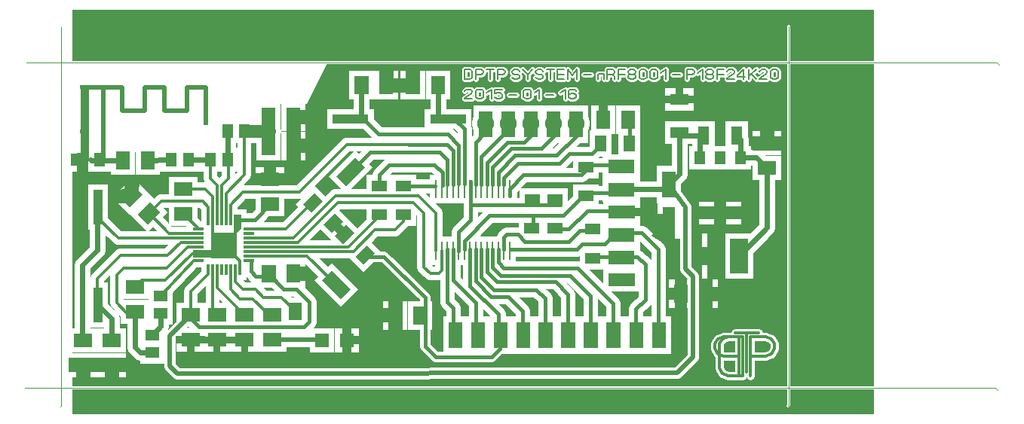
<source format=gbr>
%FSLAX34Y34*%
%MOMM*%
%LNSILK_TOP*%
G71*
G01*
%ADD10R, 4.20X4.20*%
%ADD11R, 2.40X1.52*%
%ADD12R, 1.52X2.40*%
%ADD13C, 1.50*%
%ADD14R, 3.20X2.80*%
%ADD15R, 2.80X3.20*%
%ADD16R, 2.80X2.50*%
%ADD17C, 1.80*%
%ADD18R, 2.50X2.80*%
%ADD19C, 2.60*%
%ADD20C, 1.60*%
%ADD21C, 0.10*%
%ADD22R, 1.42X3.20*%
%ADD23R, 4.20X2.70*%
%ADD24C, 2.20*%
%ADD25R, 3.00X2.50*%
%ADD26R, 2.70X4.20*%
%ADD27C, 0.30*%
%ADD28C, 0.91*%
%ADD29C, 0.59*%
%ADD30C, 3.10*%
%ADD31C, 2.20*%
%ADD32C, 1.20*%
%ADD33R, 2.80X2.80*%
%ADD34C, 1.70*%
%ADD35C, 2.10*%
%ADD36R, 2.20X5.20*%
%ADD37C, 1.30*%
%ADD38R, 4.70X2.60*%
%ADD39R, 2.50X3.20*%
%ADD40R, 3.20X2.50*%
%ADD41R, 2.60X4.20*%
%ADD42R, 3.20X5.20*%
%ADD43C, 0.79*%
%ADD44C, 0.76*%
%ADD45C, 1.35*%
%ADD46C, 1.00*%
%ADD47C, 1.01*%
%ADD48C, 1.39*%
%ADD49C, 1.40*%
%ADD50C, 0.82*%
%ADD51C, 2.00*%
%ADD52R, 3.00X3.00*%
%ADD53R, 1.20X0.32*%
%ADD54R, 0.32X1.20*%
%ADD55R, 2.00X1.60*%
%ADD56R, 1.60X2.00*%
%ADD57R, 1.60X1.30*%
%ADD58C, 0.60*%
%ADD59R, 1.30X1.60*%
%ADD60C, 0.40*%
%ADD61R, 0.22X2.00*%
%ADD62R, 3.00X1.50*%
%ADD63C, 1.00*%
%ADD64R, 1.80X1.30*%
%ADD65R, 1.50X3.00*%
%ADD66C, 0.31*%
%ADD67C, 0.19*%
%ADD68C, 1.90*%
%ADD69R, 1.60X1.60*%
%ADD70C, 0.50*%
%ADD71C, 0.90*%
%ADD72R, 1.00X4.00*%
%ADD73R, 3.50X1.40*%
%ADD74R, 1.30X2.00*%
%ADD75R, 2.00X1.30*%
%ADD76R, 1.40X3.00*%
%ADD77R, 2.00X4.00*%
%LPD*%
G36*
X0Y1000000D02*
X900000Y1000000D01*
X900000Y546000D01*
X0Y546000D01*
X0Y1000000D01*
G37*
%LPC*%
X170612Y735714D02*
G54D10*
D03*
X141449Y718775D02*
G54D11*
D03*
X141449Y723775D02*
G54D11*
D03*
X141449Y728775D02*
G54D11*
D03*
X141449Y733775D02*
G54D11*
D03*
X141449Y738775D02*
G54D11*
D03*
X141449Y743775D02*
G54D11*
D03*
X141449Y748775D02*
G54D11*
D03*
X141449Y753775D02*
G54D11*
D03*
X152768Y764400D02*
G54D12*
D03*
X157768Y764400D02*
G54D12*
D03*
X162768Y764400D02*
G54D12*
D03*
X167768Y764400D02*
G54D12*
D03*
X172768Y764400D02*
G54D12*
D03*
X177768Y764400D02*
G54D12*
D03*
X182768Y764400D02*
G54D12*
D03*
X187768Y764399D02*
G54D12*
D03*
X198393Y753775D02*
G54D11*
D03*
X198393Y748775D02*
G54D11*
D03*
X198393Y743775D02*
G54D11*
D03*
X198393Y738775D02*
G54D11*
D03*
X198393Y733775D02*
G54D11*
D03*
X198393Y728775D02*
G54D11*
D03*
X198393Y723774D02*
G54D11*
D03*
X198393Y718774D02*
G54D11*
D03*
X187768Y708150D02*
G54D12*
D03*
X182768Y708150D02*
G54D12*
D03*
X177768Y708150D02*
G54D12*
D03*
X172768Y708150D02*
G54D12*
D03*
X167768Y708150D02*
G54D12*
D03*
X162768Y708150D02*
G54D12*
D03*
X157768Y708150D02*
G54D12*
D03*
X152768Y708150D02*
G54D12*
D03*
G54D13*
X187893Y709376D02*
X187893Y718108D01*
X183131Y722870D01*
G54D13*
X187893Y760177D02*
X187893Y754620D01*
X182337Y749064D01*
G54D13*
X183131Y760177D02*
X183131Y750652D01*
G54D13*
X145031Y723664D02*
X156937Y723664D01*
G54D13*
X145031Y728427D02*
X157731Y728426D01*
G54D13*
X157731Y761764D02*
X157731Y743508D01*
X133036Y657316D02*
G54D14*
D03*
X133036Y629316D02*
G54D14*
D03*
X133040Y629318D02*
G54D14*
D03*
X162405Y657316D02*
G54D14*
D03*
X162405Y629316D02*
G54D14*
D03*
X162404Y629316D02*
G54D14*
D03*
X193361Y657316D02*
G54D14*
D03*
X193361Y629316D02*
G54D14*
D03*
X193358Y629315D02*
G54D14*
D03*
G36*
X237011Y677285D02*
X264011Y677285D01*
X264011Y645285D01*
X237011Y645285D01*
X237011Y677285D01*
G37*
G54D13*
X152768Y708150D02*
X152768Y703242D01*
X133036Y683510D01*
X133036Y657316D01*
G54D13*
X157642Y705735D02*
X157642Y662078D01*
X162405Y657316D01*
G54D13*
X162768Y708150D02*
X162768Y687909D01*
X193361Y657316D01*
G36*
X206636Y719641D02*
X234636Y719641D01*
X234636Y687641D01*
X206636Y687641D01*
X206636Y719641D01*
G37*
X248636Y703641D02*
G54D15*
D03*
X99684Y659280D02*
G54D16*
D03*
X99684Y678280D02*
G54D16*
D03*
X89578Y615415D02*
G54D16*
D03*
X89578Y634415D02*
G54D16*
D03*
G54D13*
X141449Y718775D02*
X136551Y718775D01*
X99684Y678280D01*
X70634Y660882D02*
G54D14*
D03*
X70634Y688882D02*
G54D14*
D03*
G54D17*
X156054Y726372D02*
X138592Y726372D01*
G36*
X156054Y717372D02*
X156055Y735372D01*
X165055Y735372D01*
X165054Y717372D01*
X156054Y717372D01*
G37*
G36*
X138592Y735372D02*
X138592Y717372D01*
X129592Y717372D01*
X129592Y735372D01*
X138592Y735372D01*
G37*
G54D13*
X138592Y726372D02*
X134623Y726372D01*
X104461Y696210D01*
X78070Y696210D01*
X70634Y688882D01*
X125098Y798822D02*
G54D14*
D03*
X125098Y770822D02*
G54D14*
D03*
G54D13*
X141449Y753774D02*
X141449Y754472D01*
X125098Y770822D01*
G54D13*
X157768Y764400D02*
X157768Y790540D01*
X149486Y798822D01*
X125098Y798822D01*
G36*
X84767Y750138D02*
X64969Y769937D01*
X87597Y792564D01*
X107395Y772765D01*
X84767Y750138D01*
G37*
G36*
X64969Y769937D02*
X45170Y789736D01*
X67797Y812363D01*
X87596Y792564D01*
X64969Y769937D01*
G37*
G36*
X67806Y812361D02*
X87605Y792562D01*
X64978Y769935D01*
X45179Y789734D01*
X67806Y812361D01*
G37*
X174266Y831432D02*
G54D18*
D03*
X155266Y831432D02*
G54D18*
D03*
X130242Y831402D02*
G54D18*
D03*
X111242Y831402D02*
G54D18*
D03*
G54D17*
X155266Y831432D02*
X130669Y831432D01*
X130639Y831402D01*
G54D13*
X162768Y764400D02*
X162768Y803003D01*
X155261Y810510D01*
X155266Y831432D01*
G54D13*
X167768Y764400D02*
X167768Y803173D01*
X175104Y810510D01*
X175105Y830594D01*
X174266Y831432D01*
X56568Y831391D02*
G54D15*
D03*
X84568Y831391D02*
G54D15*
D03*
X193214Y863727D02*
G54D18*
D03*
X174214Y863727D02*
G54D18*
D03*
G54D17*
X174266Y831432D02*
X174266Y863675D01*
X174214Y863727D01*
G54D13*
X172768Y764400D02*
X172768Y793886D01*
X193361Y814479D01*
X193361Y863580D01*
X193214Y863727D01*
X248666Y847239D02*
G54D15*
D03*
X220666Y847239D02*
G54D15*
D03*
X248666Y879783D02*
G54D15*
D03*
X220666Y879783D02*
G54D15*
D03*
X248670Y847238D02*
G54D15*
D03*
X248670Y879788D02*
G54D15*
D03*
G54D19*
X194801Y863727D02*
X221106Y863727D01*
G36*
X194801Y876727D02*
X194801Y850727D01*
X181801Y850727D01*
X181801Y876727D01*
X194801Y876727D01*
G37*
G36*
X221106Y850727D02*
X221106Y876727D01*
X234106Y876727D01*
X234106Y850727D01*
X221106Y850727D01*
G37*
G54D13*
X177768Y708150D02*
X177768Y686403D01*
X188598Y675572D01*
X202887Y675572D01*
X218761Y659698D01*
G54D13*
X182768Y708150D02*
X182768Y694896D01*
X191773Y685891D01*
X206061Y685891D01*
X214792Y677160D01*
X234636Y677160D01*
X250511Y661285D01*
G54D20*
X133036Y657316D02*
X133036Y653347D01*
X142561Y643822D01*
X260036Y643822D01*
X266386Y650172D01*
X266386Y671603D01*
X252098Y685891D01*
X237017Y685891D01*
X220636Y703641D01*
G54D20*
X200774Y717981D02*
X200774Y706259D01*
X206061Y700972D01*
X221142Y700972D01*
X223017Y702847D01*
X222241Y809532D02*
G54D14*
D03*
X222242Y781532D02*
G54D14*
D03*
G54D17*
X184719Y755414D02*
X184718Y767320D01*
G36*
X175719Y755414D02*
X193719Y755414D01*
X193719Y746414D01*
X175719Y746414D01*
X175719Y755414D01*
G37*
G36*
X193718Y767320D02*
X175718Y767320D01*
X175718Y776320D01*
X193718Y776320D01*
X193718Y767320D01*
G37*
X224318Y657316D02*
G54D14*
D03*
X224318Y629317D02*
G54D14*
D03*
X222250Y809528D02*
G54D14*
D03*
X248640Y703638D02*
G54D15*
D03*
G54D13*
X198393Y723775D02*
X263427Y723775D01*
X289405Y697797D01*
G36*
X165904Y841390D02*
X165904Y877108D01*
X207180Y877108D01*
X207180Y894968D01*
X262345Y894968D01*
X285761Y941005D01*
X-12292Y940608D01*
X-12292Y841390D01*
X165904Y841390D01*
G37*
G54D21*
X165904Y841390D02*
X165904Y877108D01*
X207180Y877108D01*
X207180Y894968D01*
X262345Y894968D01*
X285761Y941005D01*
X-12292Y940608D01*
X-12292Y841390D01*
X165904Y841390D01*
X491095Y729077D02*
G54D22*
D03*
X484745Y729077D02*
G54D22*
D03*
X478396Y729077D02*
G54D22*
D03*
X472045Y729077D02*
G54D22*
D03*
X465695Y729077D02*
G54D22*
D03*
X459346Y729077D02*
G54D22*
D03*
X452995Y729077D02*
G54D22*
D03*
X446645Y729077D02*
G54D22*
D03*
X440295Y729077D02*
G54D22*
D03*
X433945Y729077D02*
G54D22*
D03*
X427595Y729077D02*
G54D22*
D03*
X421246Y729077D02*
G54D22*
D03*
X414895Y729077D02*
G54D22*
D03*
X408546Y729077D02*
G54D22*
D03*
X491096Y798927D02*
G54D22*
D03*
X484745Y798927D02*
G54D22*
D03*
X478396Y798927D02*
G54D22*
D03*
X472046Y798927D02*
G54D22*
D03*
X465695Y798927D02*
G54D22*
D03*
X459345Y798927D02*
G54D22*
D03*
X452995Y798927D02*
G54D22*
D03*
X446645Y798927D02*
G54D22*
D03*
X440296Y798927D02*
G54D22*
D03*
X433945Y798927D02*
G54D22*
D03*
X427595Y798927D02*
G54D22*
D03*
X421246Y798927D02*
G54D22*
D03*
X414895Y798927D02*
G54D22*
D03*
X408546Y798927D02*
G54D22*
D03*
X616893Y824558D02*
G54D23*
D03*
X616894Y798364D02*
G54D23*
D03*
G36*
X595890Y786462D02*
X637890Y786462D01*
X637890Y759462D01*
X595890Y759462D01*
X595890Y786462D01*
G37*
X616894Y747564D02*
G54D23*
D03*
X616894Y722164D02*
G54D23*
D03*
G36*
X595893Y710264D02*
X637893Y710264D01*
X637893Y683264D01*
X595893Y683264D01*
X595893Y710264D01*
G37*
X616460Y823988D02*
G54D24*
D03*
X616460Y798588D02*
G54D24*
D03*
X616460Y773188D02*
G54D24*
D03*
X616460Y747788D02*
G54D24*
D03*
X616460Y722388D02*
G54D24*
D03*
X616460Y696988D02*
G54D24*
D03*
G36*
X286490Y888814D02*
X338490Y888814D01*
X338490Y866814D01*
X286490Y866814D01*
X286490Y888814D01*
G37*
G36*
X396028Y888720D02*
X448028Y888720D01*
X448028Y866720D01*
X396028Y866720D01*
X396028Y888720D01*
G37*
X576488Y790827D02*
G54D25*
D03*
X576588Y823327D02*
G54D25*
D03*
G36*
X580667Y865076D02*
X605667Y865076D01*
X605667Y835076D01*
X580667Y835076D01*
X580667Y865076D01*
G37*
G36*
X613167Y864976D02*
X638167Y864976D01*
X638167Y834976D01*
X613167Y834976D01*
X613167Y864976D01*
G37*
X541946Y786867D02*
G54D25*
D03*
X541846Y754367D02*
G54D25*
D03*
G54D20*
X433560Y729372D02*
X433560Y750804D01*
X447054Y764297D01*
X447054Y807160D01*
G54D17*
X411038Y914710D02*
X411038Y879785D01*
G54D17*
X324519Y914710D02*
X324519Y876610D01*
X429924Y634852D02*
G54D26*
D03*
X455324Y634852D02*
G54D26*
D03*
X464056Y871390D02*
G54D26*
D03*
X489456Y871390D02*
G54D26*
D03*
X514856Y871390D02*
G54D26*
D03*
X540256Y871390D02*
G54D26*
D03*
X565656Y871390D02*
G54D26*
D03*
G54D20*
X452879Y803944D02*
X452879Y851569D01*
X461610Y860300D01*
G54D20*
X459229Y803944D02*
X459229Y834900D01*
X483835Y859506D01*
G54D20*
X465579Y803944D02*
X465579Y828550D01*
X488598Y851569D01*
X507648Y851569D01*
X515585Y859506D01*
G54D20*
X471929Y803944D02*
X471929Y822994D01*
X493360Y844425D01*
X526698Y844425D01*
X542573Y860300D01*
G54D20*
X478279Y803944D02*
X478279Y817438D01*
X497329Y836488D01*
X544160Y836488D01*
X565592Y857919D01*
G54D20*
X484629Y803944D02*
X484629Y811881D01*
X500504Y827756D01*
X547335Y827756D01*
X558448Y838869D01*
X583804Y838887D01*
X593167Y848488D01*
G54D20*
X490979Y791244D02*
X490979Y799181D01*
X506854Y815056D01*
X571942Y815056D01*
X583054Y826169D01*
X615598Y826169D01*
G54D20*
X447323Y780925D02*
X547732Y780925D01*
G54D20*
X539398Y753938D02*
X557654Y753938D01*
X578292Y774575D01*
X614010Y774575D01*
X584809Y753529D02*
G54D25*
D03*
X584709Y721029D02*
G54D25*
D03*
G54D20*
X484629Y730919D02*
X484629Y744412D01*
X487804Y747588D01*
X500504Y747588D01*
X508442Y739650D01*
X557654Y739650D01*
X570354Y752350D01*
X582260Y752350D01*
G54D20*
X587817Y722188D02*
X610042Y722188D01*
G54D20*
X491773Y730919D02*
X566385Y730919D01*
X572735Y737269D01*
X598135Y737269D01*
X608454Y747588D01*
X480724Y634852D02*
G54D26*
D03*
X506124Y634852D02*
G54D26*
D03*
X530731Y634852D02*
G54D26*
D03*
X556131Y634852D02*
G54D26*
D03*
X581531Y634852D02*
G54D26*
D03*
X606931Y634852D02*
G54D26*
D03*
X531525Y634852D02*
G54D26*
D03*
X556925Y634852D02*
G54D26*
D03*
X582325Y634852D02*
G54D26*
D03*
X607725Y634852D02*
G54D26*
D03*
X633125Y634852D02*
G54D26*
D03*
X658525Y634852D02*
G54D26*
D03*
G54D20*
X623535Y749969D02*
X639410Y749969D01*
X658460Y730919D01*
X658460Y644400D01*
G54D20*
X621948Y722981D02*
X634648Y722981D01*
X643379Y714250D01*
X643379Y674562D01*
X633060Y664244D01*
X633060Y642812D01*
X633854Y642019D01*
G54D20*
X478279Y730919D02*
X478279Y716631D01*
X484629Y710281D01*
X567179Y710281D01*
X607660Y669800D01*
X607660Y639638D01*
X609248Y638050D01*
G54D20*
X471929Y730919D02*
X471929Y711075D01*
X481454Y701550D01*
X559242Y701550D01*
X582260Y678531D01*
X582260Y638050D01*
X583054Y637256D01*
G54D20*
X465579Y730919D02*
X465579Y705519D01*
X476692Y694406D01*
X542573Y694406D01*
X556860Y680119D01*
X556860Y644400D01*
G54D20*
X459229Y730919D02*
X459229Y699962D01*
X473517Y685675D01*
X521142Y685675D01*
X530667Y676150D01*
X530667Y639638D01*
X531460Y638844D01*
G54D20*
X452879Y730919D02*
X452879Y695200D01*
X470342Y677738D01*
X489392Y677738D01*
X505267Y661862D01*
X505267Y643606D01*
X506060Y642812D01*
G54D20*
X446529Y730919D02*
X446529Y689644D01*
X478279Y657894D01*
X478279Y645988D01*
X479867Y644400D01*
G54D20*
X440179Y730919D02*
X440179Y740444D01*
X468754Y769019D01*
X551304Y769019D01*
X576704Y794419D01*
X608454Y794419D01*
X516212Y754663D02*
G54D25*
D03*
X516312Y787163D02*
G54D25*
D03*
G54D20*
X517173Y769019D02*
X517173Y755525D01*
G54D20*
X427479Y730919D02*
X427479Y695994D01*
X452879Y670594D01*
X452879Y642019D01*
X453673Y641225D01*
G54D20*
X421129Y730919D02*
X421129Y671388D01*
X427479Y665038D01*
X427479Y641225D01*
G54D27*
X-53180Y575362D02*
X1036638Y575362D01*
X1039020Y572980D01*
G54D27*
X-51593Y940884D02*
X1038226Y940884D01*
X1040607Y938502D01*
G54D20*
X427595Y803689D02*
X427595Y841902D01*
X421085Y848412D01*
X378223Y848412D01*
G54D20*
X433945Y804483D02*
X433945Y848252D01*
X421879Y860318D01*
X343986Y860318D01*
X323725Y880579D01*
G54D20*
X440296Y804483D02*
X440296Y866508D01*
X429023Y877780D01*
G54D20*
X187768Y764399D02*
X205109Y764399D01*
X222242Y781532D01*
G54D13*
X177768Y764400D02*
X177768Y781307D01*
X191692Y795230D01*
X255192Y795230D01*
X308373Y848412D01*
X421085Y848412D01*
X427595Y841902D01*
X427595Y803689D01*
X352620Y915568D02*
G54D15*
D03*
G36*
X310619Y931572D02*
X338619Y931572D01*
X338619Y899572D01*
X310619Y899572D01*
X310619Y931572D01*
G37*
X352619Y915572D02*
G54D15*
D03*
G36*
X368561Y931572D02*
X396561Y931573D01*
X396561Y899573D01*
X368561Y899572D01*
X368561Y931572D01*
G37*
X410561Y915573D02*
G54D15*
D03*
X382560Y915568D02*
G54D15*
D03*
G54D20*
X375048Y802374D02*
X407479Y802374D01*
G54D20*
X625667Y848388D02*
X625667Y873481D01*
X623933Y875214D01*
X596080Y876678D02*
G54D15*
D03*
X624080Y876678D02*
G54D15*
D03*
X596080Y876682D02*
G54D15*
D03*
X711420Y680930D02*
G54D15*
D03*
X683420Y680930D02*
G54D15*
D03*
X711415Y680928D02*
G54D15*
D03*
X683415Y680928D02*
G54D15*
D03*
G54D27*
X-12699Y980968D02*
X-12699Y554724D01*
X-13493Y553930D01*
G54D27*
X804864Y981762D02*
X804864Y555518D01*
X804070Y554724D01*
G54D28*
X753223Y588781D02*
X753223Y633226D01*
X736556Y633226D01*
X729890Y630448D01*
X726556Y624892D01*
X726556Y597115D01*
X729890Y591559D01*
X736556Y588781D01*
X753223Y588781D01*
G54D28*
X748560Y588731D02*
X748560Y633176D01*
X731894Y633176D01*
X725227Y630398D01*
X721894Y624842D01*
X721894Y619287D01*
X725227Y613731D01*
X731894Y610953D01*
X748560Y610953D01*
G54D28*
X761548Y588781D02*
X761548Y633226D01*
X778215Y633226D01*
X784881Y630448D01*
X788215Y624892D01*
X788215Y619337D01*
X784881Y613781D01*
X778215Y611004D01*
X761548Y611004D01*
G54D28*
X757419Y592750D02*
X757419Y637194D01*
G54D28*
X744085Y637194D02*
X770752Y637194D01*
G54D29*
X440679Y922533D02*
X440679Y933200D01*
X446013Y933200D01*
X448146Y932533D01*
X449213Y931200D01*
X449213Y924533D01*
X448146Y923200D01*
X446013Y922533D01*
X440679Y922533D01*
G54D29*
X452945Y922533D02*
X452945Y933200D01*
X458279Y933200D01*
X460412Y932533D01*
X461479Y931200D01*
X461479Y929866D01*
X460412Y928533D01*
X458279Y927866D01*
X452945Y927866D01*
G54D29*
X469478Y922533D02*
X469478Y933200D01*
G54D29*
X465211Y933200D02*
X473745Y933200D01*
G54D29*
X477477Y922533D02*
X477477Y933200D01*
X482811Y933200D01*
X484944Y932533D01*
X486011Y931200D01*
X486011Y929866D01*
X484944Y928533D01*
X482811Y927866D01*
X477477Y927866D01*
G54D29*
X493689Y924533D02*
X494756Y923200D01*
X496889Y922533D01*
X499023Y922533D01*
X501156Y923200D01*
X502223Y924533D01*
X502223Y925866D01*
X501156Y927200D01*
X499023Y927866D01*
X496889Y927866D01*
X494756Y928533D01*
X493689Y929866D01*
X493689Y931200D01*
X494756Y932533D01*
X496889Y933200D01*
X499023Y933200D01*
X501156Y932533D01*
X502223Y931200D01*
G54D29*
X505955Y933200D02*
X511289Y927866D01*
X511289Y922533D01*
G54D29*
X511289Y927866D02*
X516622Y933200D01*
G54D29*
X520355Y924533D02*
X521422Y923200D01*
X523555Y922533D01*
X525689Y922533D01*
X527822Y923200D01*
X528889Y924533D01*
X528889Y925866D01*
X527822Y927200D01*
X525689Y927866D01*
X523555Y927866D01*
X521422Y928533D01*
X520355Y929866D01*
X520355Y931200D01*
X521422Y932533D01*
X523555Y933200D01*
X525689Y933200D01*
X527822Y932533D01*
X528889Y931200D01*
G54D29*
X536888Y922533D02*
X536888Y933200D01*
G54D29*
X532621Y933200D02*
X541155Y933200D01*
G54D29*
X552354Y922533D02*
X544887Y922533D01*
X544887Y933200D01*
X552354Y933200D01*
G54D29*
X544887Y927866D02*
X552354Y927866D01*
G54D29*
X556087Y922533D02*
X556087Y933200D01*
X561421Y926533D01*
X566754Y933200D01*
X566754Y922533D01*
G54D29*
X574433Y927200D02*
X582967Y927200D01*
G54D29*
X590645Y922533D02*
X590645Y928533D01*
G54D29*
X590645Y927200D02*
X591712Y928133D01*
X593845Y928533D01*
X595979Y928133D01*
X597045Y927200D01*
X597045Y922533D01*
G54D29*
X605045Y927866D02*
X608245Y926533D01*
X609312Y925200D01*
X609312Y922533D01*
G54D29*
X600778Y922533D02*
X600778Y933200D01*
X606112Y933200D01*
X608245Y932533D01*
X609312Y931200D01*
X609312Y929866D01*
X608245Y928533D01*
X606112Y927866D01*
X600778Y927866D01*
G54D29*
X613044Y922533D02*
X613044Y933200D01*
X620511Y933200D01*
G54D29*
X613044Y927866D02*
X620511Y927866D01*
G54D29*
X629578Y927866D02*
X627444Y927866D01*
X625311Y928533D01*
X624244Y929866D01*
X624244Y931200D01*
X625311Y932533D01*
X627444Y933200D01*
X629578Y933200D01*
X631711Y932533D01*
X632778Y931200D01*
X632778Y929866D01*
X631711Y928533D01*
X629578Y927866D01*
X631711Y927200D01*
X632778Y925866D01*
X632778Y924533D01*
X631711Y923200D01*
X629578Y922533D01*
X627444Y922533D01*
X625311Y923200D01*
X624244Y924533D01*
X624244Y925866D01*
X625311Y927200D01*
X627444Y927866D01*
G54D29*
X645044Y931200D02*
X645044Y924533D01*
X643977Y923200D01*
X641844Y922533D01*
X639710Y922533D01*
X637577Y923200D01*
X636510Y924533D01*
X636510Y931200D01*
X637577Y932533D01*
X639710Y933200D01*
X641844Y933200D01*
X643977Y932533D01*
X645044Y931200D01*
G54D29*
X657310Y931200D02*
X657310Y924533D01*
X656243Y923200D01*
X654110Y922533D01*
X651976Y922533D01*
X649843Y923200D01*
X648776Y924533D01*
X648776Y931200D01*
X649843Y932533D01*
X651976Y933200D01*
X654110Y933200D01*
X656243Y932533D01*
X657310Y931200D01*
G54D29*
X661042Y929200D02*
X666376Y933200D01*
X666376Y922533D01*
G54D29*
X674054Y927200D02*
X682588Y927200D01*
G54D29*
X690266Y922533D02*
X690266Y933200D01*
X695600Y933200D01*
X697733Y932533D01*
X698800Y931200D01*
X698800Y929866D01*
X697733Y928533D01*
X695600Y927866D01*
X690266Y927866D01*
G54D29*
X702532Y929200D02*
X707866Y933200D01*
X707866Y922533D01*
G54D29*
X716932Y927866D02*
X714798Y927866D01*
X712665Y928533D01*
X711598Y929866D01*
X711598Y931200D01*
X712665Y932533D01*
X714798Y933200D01*
X716932Y933200D01*
X719065Y932533D01*
X720132Y931200D01*
X720132Y929866D01*
X719065Y928533D01*
X716932Y927866D01*
X719065Y927200D01*
X720132Y925866D01*
X720132Y924533D01*
X719065Y923200D01*
X716932Y922533D01*
X714798Y922533D01*
X712665Y923200D01*
X711598Y924533D01*
X711598Y925866D01*
X712665Y927200D01*
X714798Y927866D01*
G54D29*
X723864Y922533D02*
X723864Y933200D01*
X731331Y933200D01*
G54D29*
X723864Y927866D02*
X731331Y927866D01*
G54D29*
X743598Y922533D02*
X735064Y922533D01*
X735064Y923200D01*
X736131Y924533D01*
X742531Y928533D01*
X743598Y929866D01*
X743598Y931200D01*
X742531Y932533D01*
X740398Y933200D01*
X738264Y933200D01*
X736131Y932533D01*
X735064Y931200D01*
G54D29*
X753730Y922533D02*
X753730Y933200D01*
X747330Y926533D01*
X747330Y925200D01*
X755864Y925200D01*
G54D29*
X759596Y922533D02*
X759596Y933200D01*
G54D29*
X759596Y925866D02*
X768130Y933200D01*
G54D29*
X762796Y927866D02*
X768130Y922533D01*
G54D29*
X780396Y922533D02*
X771862Y922533D01*
X771862Y923200D01*
X772929Y924533D01*
X779329Y928533D01*
X780396Y929866D01*
X780396Y931200D01*
X779329Y932533D01*
X777196Y933200D01*
X775062Y933200D01*
X772929Y932533D01*
X771862Y931200D01*
G54D29*
X792662Y931200D02*
X792662Y924533D01*
X791595Y923200D01*
X789462Y922533D01*
X787328Y922533D01*
X785195Y923200D01*
X784128Y924533D01*
X784128Y931200D01*
X785195Y932533D01*
X787328Y933200D01*
X789462Y933200D01*
X791595Y932533D01*
X792662Y931200D01*
G54D29*
X449334Y900308D02*
X440801Y900308D01*
X440801Y900975D01*
X441867Y902308D01*
X448267Y906308D01*
X449334Y907641D01*
X449334Y908975D01*
X448267Y910308D01*
X446134Y910975D01*
X444001Y910975D01*
X441867Y910308D01*
X440801Y908975D01*
G54D29*
X461600Y908975D02*
X461600Y902308D01*
X460533Y900975D01*
X458400Y900308D01*
X456267Y900308D01*
X454133Y900975D01*
X453067Y902308D01*
X453067Y908975D01*
X454133Y910308D01*
X456267Y910975D01*
X458400Y910975D01*
X460533Y910308D01*
X461600Y908975D01*
G54D29*
X465333Y906975D02*
X470666Y910975D01*
X470666Y900308D01*
G54D29*
X482932Y910975D02*
X474399Y910975D01*
X474399Y906308D01*
X475465Y906308D01*
X477599Y906975D01*
X479732Y906975D01*
X481865Y906308D01*
X482932Y904975D01*
X482932Y902308D01*
X481865Y900975D01*
X479732Y900308D01*
X477599Y900308D01*
X475465Y900975D01*
X474399Y902308D01*
G54D29*
X490611Y904975D02*
X499144Y904975D01*
G54D29*
X515356Y908975D02*
X515356Y902308D01*
X514289Y900975D01*
X512156Y900308D01*
X510023Y900308D01*
X507889Y900975D01*
X506823Y902308D01*
X506823Y908975D01*
X507889Y910308D01*
X510023Y910975D01*
X512156Y910975D01*
X514289Y910308D01*
X515356Y908975D01*
G54D29*
X519089Y906975D02*
X524422Y910975D01*
X524422Y900308D01*
G54D29*
X532101Y904975D02*
X540634Y904975D01*
G54D29*
X548313Y906975D02*
X553646Y910975D01*
X553646Y900308D01*
G54D29*
X565912Y908975D02*
X564845Y910308D01*
X562712Y910975D01*
X560579Y910975D01*
X558445Y910308D01*
X557379Y908975D01*
X557379Y905641D01*
X557379Y904975D01*
X560579Y906308D01*
X562712Y906308D01*
X564845Y905641D01*
X565912Y904308D01*
X565912Y902308D01*
X564845Y900975D01*
X562712Y900308D01*
X560579Y900308D01*
X558445Y900975D01*
X557379Y902308D01*
X557379Y905641D01*
X480724Y634852D02*
G54D24*
D03*
X506124Y634852D02*
G54D24*
D03*
X531524Y634852D02*
G54D24*
D03*
X556924Y634852D02*
G54D24*
D03*
X582324Y634852D02*
G54D24*
D03*
X607725Y634852D02*
G54D24*
D03*
X633125Y634852D02*
G54D24*
D03*
X658525Y634852D02*
G54D24*
D03*
X429924Y634852D02*
G54D24*
D03*
X455324Y634852D02*
G54D24*
D03*
X480724Y634852D02*
G54D24*
D03*
X464056Y872183D02*
G54D30*
D03*
X489456Y872183D02*
G54D30*
D03*
X514856Y872183D02*
G54D30*
D03*
X540256Y872183D02*
G54D30*
D03*
X565656Y872183D02*
G54D30*
D03*
G36*
X291272Y715603D02*
X320970Y685904D01*
X301878Y666813D01*
X272180Y696511D01*
X291272Y715603D01*
G37*
X296575Y691208D02*
G54D24*
D03*
X250511Y661285D02*
G54D24*
D03*
G36*
X291323Y740988D02*
X273646Y758666D01*
X294859Y779879D01*
X312536Y762201D01*
X291323Y740988D01*
G37*
G36*
X268413Y764040D02*
X250735Y781717D01*
X271948Y802930D01*
X289626Y785253D01*
X268413Y764040D01*
G37*
G36*
X336844Y823511D02*
X307146Y793813D01*
X288054Y812905D01*
X317753Y842603D01*
X336844Y823511D01*
G37*
X312449Y818208D02*
G54D24*
D03*
G54D13*
X198393Y753775D02*
X239676Y753775D01*
X269387Y783485D01*
X345186Y802496D02*
G54D25*
D03*
X345086Y769996D02*
G54D25*
D03*
X372173Y802496D02*
G54D25*
D03*
X372073Y769996D02*
G54D25*
D03*
G54D20*
X415529Y803168D02*
X415529Y817456D01*
X406798Y826187D01*
X355998Y826187D01*
X344885Y815074D01*
X344885Y802796D01*
X345186Y802496D01*
G54D13*
X198393Y743774D02*
X248186Y743774D01*
X295673Y791262D01*
X388542Y791262D01*
X408385Y771418D01*
X408385Y729237D01*
X408546Y729077D01*
G54D13*
X198393Y738775D02*
X253504Y738775D01*
X298054Y783324D01*
X382985Y783324D01*
X394892Y771418D01*
X394892Y711093D01*
X402035Y703949D01*
X411560Y703949D01*
X414735Y707124D01*
X414735Y728917D01*
X414895Y729077D01*
G36*
X327041Y705269D02*
X309364Y722946D01*
X330577Y744160D01*
X348255Y726482D01*
X327041Y705269D01*
G37*
G36*
X304131Y728320D02*
X286453Y745998D01*
X307667Y767211D01*
X325344Y749533D01*
X304131Y728320D01*
G37*
G54D13*
X198393Y733775D02*
X310451Y733775D01*
X340123Y763480D01*
X345086Y769996D01*
G54D13*
X198393Y728775D02*
X315736Y728775D01*
X340123Y753162D01*
X362348Y753162D01*
X371873Y762687D01*
X371873Y769796D01*
X372073Y769996D01*
G54D31*
X293091Y760433D02*
X293231Y760433D01*
X305899Y747766D01*
G54D32*
X328809Y722730D02*
X350314Y722730D01*
X396479Y676565D01*
X396479Y621796D01*
X408385Y609890D01*
X471092Y609890D01*
X480617Y619415D01*
X480724Y632868D01*
X308168Y629029D02*
G54D33*
D03*
X280168Y629029D02*
G54D33*
D03*
X308168Y629029D02*
G54D33*
D03*
G54D34*
X224318Y629316D02*
X279880Y629316D01*
X280168Y629029D01*
G54D20*
X421246Y803689D02*
X421246Y831583D01*
X412354Y840474D01*
X334715Y840474D01*
X312449Y818208D01*
X362717Y656810D02*
G54D15*
D03*
X390717Y656810D02*
G54D15*
D03*
X362720Y656818D02*
G54D15*
D03*
G54D35*
X13495Y865874D02*
X13495Y911118D01*
G36*
X2995Y865874D02*
X23995Y865874D01*
X23995Y855374D01*
X2995Y855374D01*
X2995Y865874D01*
G37*
G36*
X23995Y911118D02*
X2995Y911118D01*
X2995Y921618D01*
X23995Y921618D01*
X23995Y911118D01*
G37*
G54D34*
X34529Y863890D02*
X34529Y913102D01*
G36*
X26029Y863890D02*
X43029Y863890D01*
X43029Y855390D01*
X26029Y855390D01*
X26029Y863890D01*
G37*
G36*
X43029Y913102D02*
X26029Y913102D01*
X26029Y921602D01*
X43029Y921602D01*
X43029Y913102D01*
G37*
G54D34*
X150417Y873415D02*
X150417Y913102D01*
X128588Y913102D01*
X128588Y886512D01*
X103585Y886512D01*
X103585Y913102D01*
X81360Y913102D01*
X81360Y886512D01*
X56357Y886512D01*
X56357Y913102D01*
X12304Y913102D01*
G36*
X141917Y873415D02*
X158917Y873415D01*
X158917Y864915D01*
X141917Y864915D01*
X141917Y873415D01*
G37*
G36*
X12304Y921602D02*
X12304Y904602D01*
X3804Y904602D01*
X3804Y921602D01*
X12304Y921602D01*
G37*
X30300Y831606D02*
G54D18*
D03*
X11300Y831607D02*
G54D18*
D03*
X11460Y831778D02*
G54D18*
D03*
G54D17*
X111639Y831402D02*
X80202Y831391D01*
G54D17*
X52202Y831391D02*
X20990Y831391D01*
X20775Y831606D01*
G54D34*
X34529Y863890D02*
X34529Y833851D01*
X32284Y831606D01*
G54D35*
X13495Y865874D02*
X13495Y831828D01*
X13445Y831778D01*
X28941Y668687D02*
G54D36*
D03*
X29035Y778225D02*
G54D36*
D03*
X44534Y600746D02*
G54D14*
D03*
X44534Y628740D02*
G54D14*
D03*
X44534Y600741D02*
G54D14*
D03*
X12387Y600746D02*
G54D14*
D03*
X12388Y628741D02*
G54D14*
D03*
X12388Y600741D02*
G54D14*
D03*
G54D37*
X669653Y803578D02*
X688976Y778165D01*
X688976Y708712D01*
X696914Y700774D01*
X696914Y609890D01*
X679451Y592030D01*
X118270Y591237D01*
X109538Y599968D01*
X109538Y633819D01*
X133036Y657316D01*
G54D17*
X99684Y659280D02*
X99684Y644521D01*
X89578Y634415D01*
G54D17*
X70634Y660882D02*
X70634Y621013D01*
X76598Y615049D01*
X89212Y615049D01*
X89578Y615415D01*
G54D13*
X141449Y733775D02*
X130120Y733775D01*
X106048Y709704D01*
X57746Y709704D01*
X50007Y701965D01*
X50007Y670612D01*
X60723Y659896D01*
X69648Y659896D01*
X70634Y660882D01*
G54D13*
X141449Y743774D02*
X51854Y743774D01*
X28576Y767052D01*
G54D13*
X141449Y738775D02*
X121742Y738775D01*
X107157Y724190D01*
X54770Y724190D01*
X28576Y697996D01*
X28576Y680534D01*
X27782Y679740D01*
G54D17*
X44534Y628740D02*
X44534Y653094D01*
X28941Y668687D01*
G54D17*
X28576Y767052D02*
X28576Y730540D01*
X11114Y713077D01*
X11114Y630014D01*
X12388Y628740D01*
G36*
X692555Y846952D02*
X716555Y846952D01*
X716555Y820952D01*
X692555Y820952D01*
X692555Y846952D01*
G37*
G36*
X715555Y846952D02*
X739555Y846952D01*
X739555Y820952D01*
X715555Y820952D01*
X715555Y846952D01*
G37*
G36*
X738555Y846952D02*
X762555Y846952D01*
X762555Y820952D01*
X738555Y820952D01*
X738555Y846952D01*
G37*
X727555Y771952D02*
G54D38*
D03*
X727555Y771952D02*
G54D38*
D03*
X746330Y858723D02*
G54D39*
D03*
X708730Y858823D02*
G54D39*
D03*
G54D17*
X704555Y833952D02*
X704555Y854649D01*
X708730Y858823D01*
G54D17*
X750555Y833952D02*
X750555Y854498D01*
X746330Y858723D01*
X780266Y850132D02*
G54D14*
D03*
X780266Y822132D02*
G54D14*
D03*
X780267Y850125D02*
G54D14*
D03*
X681879Y862036D02*
G54D40*
D03*
X681979Y899636D02*
G54D40*
D03*
X681978Y899636D02*
G54D40*
D03*
X669653Y803578D02*
G54D26*
D03*
X669662Y763788D02*
G54D41*
D03*
G54D17*
X708730Y858823D02*
X685092Y858823D01*
X681879Y862036D01*
G54D17*
X681879Y862036D02*
X681879Y815804D01*
X669653Y803578D01*
X748585Y723557D02*
G54D42*
D03*
X723185Y723559D02*
G54D42*
D03*
X723185Y721971D02*
G54D24*
D03*
X748585Y721971D02*
G54D24*
D03*
G54D17*
X750555Y833952D02*
X768446Y833952D01*
X780266Y822132D01*
G54D17*
X669653Y799212D02*
X621450Y799212D01*
G54D17*
X780266Y822132D02*
X780266Y755238D01*
X748585Y723557D01*
G54D13*
X141449Y748774D02*
X108759Y748774D01*
X86182Y771351D01*
G54D13*
X152798Y761893D02*
X152798Y778842D01*
X146530Y785110D01*
X99941Y785110D01*
X86182Y771351D01*
%LPD*%
G54D43*
G36*
X133040Y625344D02*
X116540Y625345D01*
X116540Y633292D01*
X133040Y633292D01*
X133040Y625344D01*
G37*
G36*
X133040Y633292D02*
X149540Y633291D01*
X149540Y625344D01*
X133040Y625344D01*
X133040Y633292D01*
G37*
G36*
X137014Y629318D02*
X137014Y614818D01*
X129067Y614818D01*
X129067Y629318D01*
X137014Y629318D01*
G37*
G54D44*
G36*
X162404Y625503D02*
X145904Y625503D01*
X145904Y633130D01*
X162404Y633130D01*
X162404Y625503D01*
G37*
G36*
X162404Y633130D02*
X178904Y633130D01*
X178904Y625503D01*
X162404Y625503D01*
X162404Y633130D01*
G37*
G36*
X166218Y629316D02*
X166218Y614816D01*
X158591Y614816D01*
X158591Y629316D01*
X166218Y629316D01*
G37*
G54D44*
G36*
X193358Y625501D02*
X176858Y625501D01*
X176858Y633128D01*
X193358Y633128D01*
X193358Y625501D01*
G37*
G36*
X197172Y629315D02*
X197172Y614815D01*
X189545Y614815D01*
X189545Y629315D01*
X197172Y629315D01*
G37*
G54D20*
G36*
X66924Y783166D02*
X45212Y781718D01*
X44148Y797683D01*
X65860Y799130D01*
X66924Y783166D01*
G37*
G36*
X58410Y791680D02*
X59857Y813392D01*
X75822Y812328D01*
X74374Y790616D01*
X58410Y791680D01*
G37*
G54D20*
G36*
X240670Y847238D02*
X240670Y863738D01*
X256670Y863738D01*
X256670Y847238D01*
X240670Y847238D01*
G37*
G36*
X248670Y855238D02*
X263170Y855238D01*
X263170Y839238D01*
X248670Y839238D01*
X248670Y855238D01*
G37*
G36*
X256670Y847238D02*
X256670Y830738D01*
X240670Y830738D01*
X240670Y847238D01*
X256670Y847238D01*
G37*
G54D20*
G36*
X248670Y887788D02*
X263170Y887788D01*
X263170Y871788D01*
X248670Y871788D01*
X248670Y887788D01*
G37*
G36*
X256670Y879788D02*
X256670Y863288D01*
X240670Y863288D01*
X240670Y879788D01*
X256670Y879788D01*
G37*
G54D45*
G36*
X222250Y802754D02*
X205750Y802755D01*
X205750Y816302D01*
X222250Y816302D01*
X222250Y802754D01*
G37*
G36*
X215477Y809528D02*
X215477Y824028D01*
X229024Y824028D01*
X229024Y809528D01*
X215477Y809528D01*
G37*
G36*
X222250Y816302D02*
X238750Y816301D01*
X238750Y802754D01*
X222250Y802754D01*
X222250Y816302D01*
G37*
G54D20*
G36*
X248640Y711638D02*
X263140Y711638D01*
X263140Y695638D01*
X248640Y695638D01*
X248640Y711638D01*
G37*
G54D46*
G36*
X616890Y777962D02*
X638390Y777962D01*
X638390Y767962D01*
X616890Y767962D01*
X616890Y777962D01*
G37*
G54D20*
G36*
X344620Y915568D02*
X344621Y932068D01*
X360621Y932068D01*
X360620Y915568D01*
X344620Y915568D01*
G37*
G36*
X352620Y923568D02*
X367120Y923568D01*
X367120Y907568D01*
X352620Y907568D01*
X352620Y923568D01*
G37*
G54D20*
G36*
X382560Y907568D02*
X368060Y907568D01*
X368060Y923568D01*
X382560Y923568D01*
X382560Y907568D01*
G37*
G36*
X374560Y915568D02*
X374561Y932068D01*
X390561Y932068D01*
X390560Y915568D01*
X374560Y915568D01*
G37*
G54D47*
G36*
X591040Y876682D02*
X591041Y893182D01*
X601121Y893182D01*
X601120Y876682D01*
X591040Y876682D01*
G37*
G54D20*
G36*
X703415Y680928D02*
X703415Y697428D01*
X719415Y697428D01*
X719415Y680928D01*
X703415Y680928D01*
G37*
G36*
X711415Y688928D02*
X725915Y688928D01*
X725915Y672928D01*
X711415Y672928D01*
X711415Y688928D01*
G37*
G36*
X719415Y680928D02*
X719415Y664428D01*
X703415Y664428D01*
X703415Y680928D01*
X719415Y680928D01*
G37*
G54D48*
G36*
X690348Y680928D02*
X690348Y664428D01*
X676481Y664428D01*
X676481Y680928D01*
X690348Y680928D01*
G37*
G36*
X683415Y673994D02*
X668915Y673995D01*
X668915Y687862D01*
X683415Y687862D01*
X683415Y673994D01*
G37*
G36*
X676481Y680928D02*
X676482Y697428D01*
X690349Y697428D01*
X690348Y680928D01*
X676481Y680928D01*
G37*
G54D47*
G36*
X303128Y629029D02*
X303128Y643529D01*
X313208Y643529D01*
X313208Y629029D01*
X303128Y629029D01*
G37*
G36*
X308168Y634069D02*
X322668Y634069D01*
X322668Y623989D01*
X308168Y623989D01*
X308168Y634069D01*
G37*
G36*
X313208Y629029D02*
X313208Y614529D01*
X303128Y614529D01*
X303128Y629029D01*
X313208Y629029D01*
G37*
G54D20*
G36*
X354720Y656818D02*
X354721Y673318D01*
X370721Y673318D01*
X370720Y656818D01*
X354720Y656818D01*
G37*
G36*
X370720Y656818D02*
X370720Y640318D01*
X354720Y640318D01*
X354720Y656818D01*
X370720Y656818D01*
G37*
G36*
X362720Y648818D02*
X348220Y648818D01*
X348220Y664818D01*
X362720Y664818D01*
X362720Y648818D01*
G37*
G54D37*
G36*
X17960Y831778D02*
X17960Y817278D01*
X4960Y817278D01*
X4960Y831778D01*
X17960Y831778D01*
G37*
G36*
X11460Y825278D02*
X-1540Y825278D01*
X-1540Y838278D01*
X11460Y838278D01*
X11460Y825278D01*
G37*
G54D20*
G36*
X44534Y608746D02*
X61034Y608745D01*
X61033Y592745D01*
X44533Y592746D01*
X44534Y608746D01*
G37*
G36*
X52534Y600745D02*
X52533Y586245D01*
X36533Y586246D01*
X36534Y600746D01*
X52534Y600745D01*
G37*
G36*
X44533Y592746D02*
X28033Y592746D01*
X28034Y608746D01*
X44534Y608746D01*
X44533Y592746D01*
G37*
G54D20*
G36*
X12387Y608746D02*
X28887Y608745D01*
X28887Y592745D01*
X12387Y592746D01*
X12387Y608746D01*
G37*
G36*
X20387Y600745D02*
X20387Y586245D01*
X4387Y586246D01*
X4387Y600746D01*
X20387Y600745D01*
G37*
G36*
X12387Y592746D02*
X-4113Y592746D01*
X-4113Y608746D01*
X12387Y608746D01*
X12387Y592746D01*
G37*
G54D49*
G36*
X727555Y764952D02*
X703555Y764953D01*
X703555Y778953D01*
X727555Y778952D01*
X727555Y764952D01*
G37*
G36*
X720555Y771952D02*
X720555Y785452D01*
X734555Y785452D01*
X734555Y771952D01*
X720555Y771952D01*
G37*
G36*
X727555Y778952D02*
X751555Y778952D01*
X751555Y764952D01*
X727555Y764952D01*
X727555Y778952D01*
G37*
G36*
X734555Y771952D02*
X734555Y758452D01*
X720555Y758452D01*
X720555Y771952D01*
X734555Y771952D01*
G37*
G54D20*
G36*
X780267Y842125D02*
X763767Y842125D01*
X763767Y858125D01*
X780267Y858125D01*
X780267Y842125D01*
G37*
G36*
X772267Y850125D02*
X772267Y864625D01*
X788267Y864625D01*
X788267Y850125D01*
X772267Y850125D01*
G37*
G36*
X780267Y858125D02*
X796767Y858125D01*
X796767Y842125D01*
X780267Y842125D01*
X780267Y858125D01*
G37*
G54D50*
G36*
X681978Y895541D02*
X665478Y895541D01*
X665479Y903731D01*
X681979Y903731D01*
X681978Y895541D01*
G37*
G36*
X677884Y899636D02*
X677884Y912636D01*
X686074Y912636D01*
X686074Y899636D01*
X677884Y899636D01*
G37*
G36*
X681979Y903731D02*
X698479Y903731D01*
X698478Y895541D01*
X681978Y895541D01*
X681979Y903731D01*
G37*
G54D49*
G36*
X676662Y763788D02*
X676662Y742288D01*
X662662Y742288D01*
X662662Y763788D01*
X676662Y763788D01*
G37*
G36*
X675614Y760103D02*
X662350Y738679D01*
X650447Y746048D01*
X663710Y767473D01*
X675614Y760103D01*
G37*
G36*
X669662Y756788D02*
X656162Y756788D01*
X656162Y770788D01*
X669662Y770788D01*
X669662Y756788D01*
G37*
G54D51*
G36*
X723185Y713559D02*
X706685Y713559D01*
X706685Y733559D01*
X723185Y733559D01*
X723185Y713559D01*
G37*
G36*
X713185Y723559D02*
X713185Y750059D01*
X733185Y750059D01*
X733185Y723559D01*
X713185Y723559D01*
G37*
G36*
X733185Y723559D02*
X733185Y697059D01*
X713185Y697059D01*
X713185Y723559D01*
X733185Y723559D01*
G37*
X170612Y735714D02*
G54D52*
D03*
X141449Y718775D02*
G54D53*
D03*
X141449Y723775D02*
G54D53*
D03*
X141449Y728775D02*
G54D53*
D03*
X141449Y733775D02*
G54D53*
D03*
X141449Y738775D02*
G54D53*
D03*
X141449Y743775D02*
G54D53*
D03*
X141449Y748775D02*
G54D53*
D03*
X141449Y753775D02*
G54D53*
D03*
X152768Y764400D02*
G54D54*
D03*
X157768Y764400D02*
G54D54*
D03*
X162768Y764400D02*
G54D54*
D03*
X167768Y764400D02*
G54D54*
D03*
X172768Y764400D02*
G54D54*
D03*
X177768Y764400D02*
G54D54*
D03*
X182768Y764400D02*
G54D54*
D03*
X187768Y764399D02*
G54D54*
D03*
X198393Y753775D02*
G54D53*
D03*
X198393Y748775D02*
G54D53*
D03*
X198393Y743775D02*
G54D53*
D03*
X198393Y738775D02*
G54D53*
D03*
X198393Y733775D02*
G54D53*
D03*
X198393Y728775D02*
G54D53*
D03*
X198393Y723774D02*
G54D53*
D03*
X198393Y718774D02*
G54D53*
D03*
X187768Y708150D02*
G54D54*
D03*
X182768Y708150D02*
G54D54*
D03*
X177768Y708150D02*
G54D54*
D03*
X172768Y708150D02*
G54D54*
D03*
X167768Y708150D02*
G54D54*
D03*
X162768Y708150D02*
G54D54*
D03*
X157768Y708150D02*
G54D54*
D03*
X152768Y708150D02*
G54D54*
D03*
G54D27*
X187893Y709376D02*
X187893Y718108D01*
X183131Y722870D01*
G54D27*
X187893Y760177D02*
X187893Y754620D01*
X182337Y749064D01*
G54D27*
X183131Y760177D02*
X183131Y750652D01*
G54D27*
X145031Y723664D02*
X156937Y723664D01*
G54D27*
X145031Y728427D02*
X157731Y728426D01*
G54D27*
X157731Y761764D02*
X157731Y743508D01*
X133036Y657316D02*
G54D55*
D03*
X133036Y629316D02*
G54D55*
D03*
X133040Y629318D02*
G54D55*
D03*
X162405Y657316D02*
G54D55*
D03*
X162405Y629316D02*
G54D55*
D03*
X162404Y629316D02*
G54D55*
D03*
X193361Y657316D02*
G54D55*
D03*
X193361Y629316D02*
G54D55*
D03*
X193358Y629315D02*
G54D55*
D03*
G36*
X243011Y671285D02*
X258011Y671285D01*
X258011Y651285D01*
X243011Y651285D01*
X243011Y671285D01*
G37*
G54D27*
X152768Y708150D02*
X152768Y703242D01*
X133036Y683510D01*
X133036Y657316D01*
G54D27*
X157642Y705735D02*
X157642Y662078D01*
X162405Y657316D01*
G54D27*
X162768Y708150D02*
X162768Y687909D01*
X193361Y657316D01*
G36*
X212636Y713641D02*
X228636Y713641D01*
X228636Y693641D01*
X212636Y693641D01*
X212636Y713641D01*
G37*
X248636Y703641D02*
G54D56*
D03*
X99684Y659280D02*
G54D57*
D03*
X99684Y678280D02*
G54D57*
D03*
X89578Y615415D02*
G54D57*
D03*
X89578Y634415D02*
G54D57*
D03*
G54D27*
X141449Y718775D02*
X136551Y718775D01*
X99684Y678280D01*
X70634Y660882D02*
G54D55*
D03*
X70634Y688882D02*
G54D55*
D03*
G54D58*
X156054Y726372D02*
X138592Y726372D01*
G36*
X156054Y723372D02*
X156055Y729372D01*
X159055Y729372D01*
X159054Y723372D01*
X156054Y723372D01*
G37*
G36*
X138592Y729372D02*
X138592Y723372D01*
X135592Y723372D01*
X135592Y729372D01*
X138592Y729372D01*
G37*
G54D27*
X138592Y726372D02*
X134623Y726372D01*
X104461Y696210D01*
X78070Y696210D01*
X70634Y688882D01*
X125098Y798822D02*
G54D55*
D03*
X125098Y770822D02*
G54D55*
D03*
G54D27*
X141449Y753774D02*
X141449Y754472D01*
X125098Y770822D01*
G54D27*
X157768Y764400D02*
X157768Y790540D01*
X149486Y798822D01*
X125098Y798822D01*
G36*
X84768Y758623D02*
X73454Y769937D01*
X87597Y784079D01*
X98910Y772765D01*
X84768Y758623D01*
G37*
G36*
X64969Y778422D02*
X53655Y789736D01*
X67797Y803878D01*
X79111Y792564D01*
X64969Y778422D01*
G37*
G36*
X67806Y803876D02*
X79120Y792562D01*
X64978Y778420D01*
X53664Y789734D01*
X67806Y803876D01*
G37*
X174266Y831432D02*
G54D59*
D03*
X155266Y831432D02*
G54D59*
D03*
X130242Y831402D02*
G54D59*
D03*
X111242Y831402D02*
G54D59*
D03*
G54D58*
X155266Y831432D02*
X130669Y831432D01*
X130639Y831402D01*
G54D27*
X162768Y764400D02*
X162768Y803003D01*
X155261Y810510D01*
X155266Y831432D01*
G54D27*
X167768Y764400D02*
X167768Y803173D01*
X175104Y810510D01*
X175105Y830594D01*
X174266Y831432D01*
X56568Y831391D02*
G54D56*
D03*
X84568Y831391D02*
G54D56*
D03*
X193214Y863727D02*
G54D59*
D03*
X174214Y863727D02*
G54D59*
D03*
G54D58*
X174266Y831432D02*
X174266Y863675D01*
X174214Y863727D01*
G54D27*
X172768Y764400D02*
X172768Y793886D01*
X193361Y814479D01*
X193361Y863580D01*
X193214Y863727D01*
X248666Y847239D02*
G54D56*
D03*
X220666Y847239D02*
G54D56*
D03*
X248666Y879783D02*
G54D56*
D03*
X220666Y879783D02*
G54D56*
D03*
X248670Y847238D02*
G54D56*
D03*
X248670Y879788D02*
G54D56*
D03*
G54D49*
X194801Y863727D02*
X221106Y863727D01*
G36*
X194801Y870727D02*
X194801Y856727D01*
X187801Y856727D01*
X187801Y870727D01*
X194801Y870727D01*
G37*
G36*
X221106Y856727D02*
X221106Y870727D01*
X228106Y870727D01*
X228106Y856727D01*
X221106Y856727D01*
G37*
G54D27*
X177768Y708150D02*
X177768Y686403D01*
X188598Y675572D01*
X202887Y675572D01*
X218761Y659698D01*
G54D27*
X182768Y708150D02*
X182768Y694896D01*
X191773Y685891D01*
X206061Y685891D01*
X214792Y677160D01*
X234636Y677160D01*
X250511Y661285D01*
G54D60*
X133036Y657316D02*
X133036Y653347D01*
X142561Y643822D01*
X260036Y643822D01*
X266386Y650172D01*
X266386Y671603D01*
X252098Y685891D01*
X237017Y685891D01*
X220636Y703641D01*
G54D60*
X200774Y717981D02*
X200774Y706259D01*
X206061Y700972D01*
X221142Y700972D01*
X223017Y702847D01*
X222241Y809532D02*
G54D55*
D03*
X222242Y781532D02*
G54D55*
D03*
G54D58*
X184719Y755414D02*
X184718Y767320D01*
G36*
X181719Y755414D02*
X187719Y755414D01*
X187719Y752414D01*
X181719Y752414D01*
X181719Y755414D01*
G37*
G36*
X187718Y767320D02*
X181718Y767320D01*
X181718Y770320D01*
X187718Y770320D01*
X187718Y767320D01*
G37*
X224318Y657316D02*
G54D55*
D03*
X224318Y629317D02*
G54D55*
D03*
X222250Y809528D02*
G54D55*
D03*
X248640Y703638D02*
G54D56*
D03*
G54D27*
X198393Y723775D02*
X263427Y723775D01*
X289405Y697797D01*
X491095Y729077D02*
G54D61*
D03*
X484745Y729077D02*
G54D61*
D03*
X478396Y729077D02*
G54D61*
D03*
X472045Y729077D02*
G54D61*
D03*
X465695Y729077D02*
G54D61*
D03*
X459346Y729077D02*
G54D61*
D03*
X452995Y729077D02*
G54D61*
D03*
X446645Y729077D02*
G54D61*
D03*
X440295Y729077D02*
G54D61*
D03*
X433945Y729077D02*
G54D61*
D03*
X427595Y729077D02*
G54D61*
D03*
X421246Y729077D02*
G54D61*
D03*
X414895Y729077D02*
G54D61*
D03*
X408546Y729077D02*
G54D61*
D03*
X491096Y798927D02*
G54D61*
D03*
X484745Y798927D02*
G54D61*
D03*
X478396Y798927D02*
G54D61*
D03*
X472046Y798927D02*
G54D61*
D03*
X465695Y798927D02*
G54D61*
D03*
X459345Y798927D02*
G54D61*
D03*
X452995Y798927D02*
G54D61*
D03*
X446645Y798927D02*
G54D61*
D03*
X440296Y798927D02*
G54D61*
D03*
X433945Y798927D02*
G54D61*
D03*
X427595Y798927D02*
G54D61*
D03*
X421246Y798927D02*
G54D61*
D03*
X414895Y798927D02*
G54D61*
D03*
X408546Y798927D02*
G54D61*
D03*
X616893Y824558D02*
G54D62*
D03*
X616894Y798364D02*
G54D62*
D03*
G36*
X601890Y780462D02*
X631890Y780462D01*
X631890Y765462D01*
X601890Y765462D01*
X601890Y780462D01*
G37*
X616894Y747564D02*
G54D62*
D03*
X616894Y722164D02*
G54D62*
D03*
G36*
X601893Y704264D02*
X631893Y704264D01*
X631893Y689264D01*
X601893Y689264D01*
X601893Y704264D01*
G37*
X616460Y823988D02*
G54D63*
D03*
X616460Y798588D02*
G54D63*
D03*
X616460Y773188D02*
G54D63*
D03*
X616460Y747788D02*
G54D63*
D03*
X616460Y722388D02*
G54D63*
D03*
X616460Y696988D02*
G54D63*
D03*
G36*
X292490Y882814D02*
X332490Y882814D01*
X332490Y872814D01*
X292490Y872814D01*
X292490Y882814D01*
G37*
G36*
X402028Y882720D02*
X442028Y882720D01*
X442028Y872720D01*
X402028Y872720D01*
X402028Y882720D01*
G37*
X576488Y790827D02*
G54D64*
D03*
X576588Y823327D02*
G54D64*
D03*
G36*
X586667Y859076D02*
X599667Y859076D01*
X599667Y841076D01*
X586667Y841076D01*
X586667Y859076D01*
G37*
G36*
X619167Y858976D02*
X632167Y858976D01*
X632167Y840976D01*
X619167Y840976D01*
X619167Y858976D01*
G37*
X541946Y786867D02*
G54D64*
D03*
X541846Y754367D02*
G54D64*
D03*
G54D60*
X433560Y729372D02*
X433560Y750804D01*
X447054Y764297D01*
X447054Y807160D01*
G54D58*
X411038Y914710D02*
X411038Y879785D01*
G54D58*
X324519Y914710D02*
X324519Y876610D01*
X429924Y634852D02*
G54D65*
D03*
X455324Y634852D02*
G54D65*
D03*
X464056Y871390D02*
G54D65*
D03*
X489456Y871390D02*
G54D65*
D03*
X514856Y871390D02*
G54D65*
D03*
X540256Y871390D02*
G54D65*
D03*
X565656Y871390D02*
G54D65*
D03*
G54D60*
X452879Y803944D02*
X452879Y851569D01*
X461610Y860300D01*
G54D60*
X459229Y803944D02*
X459229Y834900D01*
X483835Y859506D01*
G54D60*
X465579Y803944D02*
X465579Y828550D01*
X488598Y851569D01*
X507648Y851569D01*
X515585Y859506D01*
G54D60*
X471929Y803944D02*
X471929Y822994D01*
X493360Y844425D01*
X526698Y844425D01*
X542573Y860300D01*
G54D60*
X478279Y803944D02*
X478279Y817438D01*
X497329Y836488D01*
X544160Y836488D01*
X565592Y857919D01*
G54D60*
X484629Y803944D02*
X484629Y811881D01*
X500504Y827756D01*
X547335Y827756D01*
X558448Y838869D01*
X583804Y838887D01*
X593167Y848488D01*
G54D60*
X490979Y791244D02*
X490979Y799181D01*
X506854Y815056D01*
X571942Y815056D01*
X583054Y826169D01*
X615598Y826169D01*
G54D60*
X447323Y780925D02*
X547732Y780925D01*
G54D60*
X539398Y753938D02*
X557654Y753938D01*
X578292Y774575D01*
X614010Y774575D01*
X584809Y753529D02*
G54D64*
D03*
X584709Y721029D02*
G54D64*
D03*
G54D60*
X484629Y730919D02*
X484629Y744412D01*
X487804Y747588D01*
X500504Y747588D01*
X508442Y739650D01*
X557654Y739650D01*
X570354Y752350D01*
X582260Y752350D01*
G54D60*
X587817Y722188D02*
X610042Y722188D01*
G54D60*
X491773Y730919D02*
X566385Y730919D01*
X572735Y737269D01*
X598135Y737269D01*
X608454Y747588D01*
X480724Y634852D02*
G54D65*
D03*
X506124Y634852D02*
G54D65*
D03*
X530731Y634852D02*
G54D65*
D03*
X556131Y634852D02*
G54D65*
D03*
X581531Y634852D02*
G54D65*
D03*
X606931Y634852D02*
G54D65*
D03*
X531525Y634852D02*
G54D65*
D03*
X556925Y634852D02*
G54D65*
D03*
X582325Y634852D02*
G54D65*
D03*
X607725Y634852D02*
G54D65*
D03*
X633125Y634852D02*
G54D65*
D03*
X658525Y634852D02*
G54D65*
D03*
G54D60*
X623535Y749969D02*
X639410Y749969D01*
X658460Y730919D01*
X658460Y644400D01*
G54D60*
X621948Y722981D02*
X634648Y722981D01*
X643379Y714250D01*
X643379Y674562D01*
X633060Y664244D01*
X633060Y642812D01*
X633854Y642019D01*
G54D60*
X478279Y730919D02*
X478279Y716631D01*
X484629Y710281D01*
X567179Y710281D01*
X607660Y669800D01*
X607660Y639638D01*
X609248Y638050D01*
G54D60*
X471929Y730919D02*
X471929Y711075D01*
X481454Y701550D01*
X559242Y701550D01*
X582260Y678531D01*
X582260Y638050D01*
X583054Y637256D01*
G54D60*
X465579Y730919D02*
X465579Y705519D01*
X476692Y694406D01*
X542573Y694406D01*
X556860Y680119D01*
X556860Y644400D01*
G54D60*
X459229Y730919D02*
X459229Y699962D01*
X473517Y685675D01*
X521142Y685675D01*
X530667Y676150D01*
X530667Y639638D01*
X531460Y638844D01*
G54D60*
X452879Y730919D02*
X452879Y695200D01*
X470342Y677738D01*
X489392Y677738D01*
X505267Y661862D01*
X505267Y643606D01*
X506060Y642812D01*
G54D60*
X446529Y730919D02*
X446529Y689644D01*
X478279Y657894D01*
X478279Y645988D01*
X479867Y644400D01*
G54D60*
X440179Y730919D02*
X440179Y740444D01*
X468754Y769019D01*
X551304Y769019D01*
X576704Y794419D01*
X608454Y794419D01*
X516212Y754663D02*
G54D64*
D03*
X516312Y787163D02*
G54D64*
D03*
G54D60*
X517173Y769019D02*
X517173Y755525D01*
G54D60*
X427479Y730919D02*
X427479Y695994D01*
X452879Y670594D01*
X452879Y642019D01*
X453673Y641225D01*
G54D60*
X421129Y730919D02*
X421129Y671388D01*
X427479Y665038D01*
X427479Y641225D01*
G54D21*
X-53180Y575362D02*
X1036638Y575362D01*
X1039020Y572980D01*
G54D21*
X-51593Y940884D02*
X1038226Y940884D01*
X1040607Y938502D01*
G54D60*
X427595Y803689D02*
X427595Y841902D01*
X421085Y848412D01*
X378223Y848412D01*
G54D60*
X433945Y804483D02*
X433945Y848252D01*
X421879Y860318D01*
X343986Y860318D01*
X323725Y880579D01*
G54D60*
X440296Y804483D02*
X440296Y866508D01*
X429023Y877780D01*
G54D60*
X187768Y764399D02*
X205109Y764399D01*
X222242Y781532D01*
G54D27*
X177768Y764400D02*
X177768Y781307D01*
X191692Y795230D01*
X255192Y795230D01*
X308373Y848412D01*
X421085Y848412D01*
X427595Y841902D01*
X427595Y803689D01*
X352620Y915568D02*
G54D56*
D03*
G36*
X316619Y925572D02*
X332619Y925572D01*
X332619Y905572D01*
X316619Y905572D01*
X316619Y925572D01*
G37*
X352619Y915572D02*
G54D56*
D03*
G36*
X374561Y925572D02*
X390561Y925573D01*
X390561Y905573D01*
X374561Y905572D01*
X374561Y925572D01*
G37*
X410561Y915573D02*
G54D56*
D03*
X382560Y915568D02*
G54D56*
D03*
G54D60*
X375048Y802374D02*
X407479Y802374D01*
G54D60*
X625667Y848388D02*
X625667Y873481D01*
X623933Y875214D01*
X596080Y876678D02*
G54D56*
D03*
X624080Y876678D02*
G54D56*
D03*
X596080Y876682D02*
G54D56*
D03*
X711420Y680930D02*
G54D56*
D03*
X683420Y680930D02*
G54D56*
D03*
X711415Y680928D02*
G54D56*
D03*
X683415Y680928D02*
G54D56*
D03*
G54D21*
X-12699Y980968D02*
X-12699Y554724D01*
X-13493Y553930D01*
G54D21*
X804864Y981762D02*
X804864Y555518D01*
X804070Y554724D01*
G54D66*
X753223Y588781D02*
X753223Y633226D01*
X736556Y633226D01*
X729890Y630448D01*
X726556Y624892D01*
X726556Y597115D01*
X729890Y591559D01*
X736556Y588781D01*
X753223Y588781D01*
G54D66*
X748560Y588731D02*
X748560Y633176D01*
X731894Y633176D01*
X725227Y630398D01*
X721894Y624842D01*
X721894Y619287D01*
X725227Y613731D01*
X731894Y610953D01*
X748560Y610953D01*
G54D66*
X761548Y588781D02*
X761548Y633226D01*
X778215Y633226D01*
X784881Y630448D01*
X788215Y624892D01*
X788215Y619337D01*
X784881Y613781D01*
X778215Y611004D01*
X761548Y611004D01*
G54D66*
X757419Y592750D02*
X757419Y637194D01*
G54D66*
X744085Y637194D02*
X770752Y637194D01*
G54D67*
X440679Y922533D02*
X440679Y933200D01*
X446013Y933200D01*
X448146Y932533D01*
X449213Y931200D01*
X449213Y924533D01*
X448146Y923200D01*
X446013Y922533D01*
X440679Y922533D01*
G54D67*
X452945Y922533D02*
X452945Y933200D01*
X458279Y933200D01*
X460412Y932533D01*
X461479Y931200D01*
X461479Y929866D01*
X460412Y928533D01*
X458279Y927866D01*
X452945Y927866D01*
G54D67*
X469478Y922533D02*
X469478Y933200D01*
G54D67*
X465211Y933200D02*
X473745Y933200D01*
G54D67*
X477477Y922533D02*
X477477Y933200D01*
X482811Y933200D01*
X484944Y932533D01*
X486011Y931200D01*
X486011Y929866D01*
X484944Y928533D01*
X482811Y927866D01*
X477477Y927866D01*
G54D67*
X493689Y924533D02*
X494756Y923200D01*
X496889Y922533D01*
X499023Y922533D01*
X501156Y923200D01*
X502223Y924533D01*
X502223Y925866D01*
X501156Y927200D01*
X499023Y927866D01*
X496889Y927866D01*
X494756Y928533D01*
X493689Y929866D01*
X493689Y931200D01*
X494756Y932533D01*
X496889Y933200D01*
X499023Y933200D01*
X501156Y932533D01*
X502223Y931200D01*
G54D67*
X505955Y933200D02*
X511289Y927866D01*
X511289Y922533D01*
G54D67*
X511289Y927866D02*
X516622Y933200D01*
G54D67*
X520355Y924533D02*
X521422Y923200D01*
X523555Y922533D01*
X525689Y922533D01*
X527822Y923200D01*
X528889Y924533D01*
X528889Y925866D01*
X527822Y927200D01*
X525689Y927866D01*
X523555Y927866D01*
X521422Y928533D01*
X520355Y929866D01*
X520355Y931200D01*
X521422Y932533D01*
X523555Y933200D01*
X525689Y933200D01*
X527822Y932533D01*
X528889Y931200D01*
G54D67*
X536888Y922533D02*
X536888Y933200D01*
G54D67*
X532621Y933200D02*
X541155Y933200D01*
G54D67*
X552354Y922533D02*
X544887Y922533D01*
X544887Y933200D01*
X552354Y933200D01*
G54D67*
X544887Y927866D02*
X552354Y927866D01*
G54D67*
X556087Y922533D02*
X556087Y933200D01*
X561421Y926533D01*
X566754Y933200D01*
X566754Y922533D01*
G54D67*
X574433Y927200D02*
X582967Y927200D01*
G54D67*
X590645Y922533D02*
X590645Y928533D01*
G54D67*
X590645Y927200D02*
X591712Y928133D01*
X593845Y928533D01*
X595979Y928133D01*
X597045Y927200D01*
X597045Y922533D01*
G54D67*
X605045Y927866D02*
X608245Y926533D01*
X609312Y925200D01*
X609312Y922533D01*
G54D67*
X600778Y922533D02*
X600778Y933200D01*
X606112Y933200D01*
X608245Y932533D01*
X609312Y931200D01*
X609312Y929866D01*
X608245Y928533D01*
X606112Y927866D01*
X600778Y927866D01*
G54D67*
X613044Y922533D02*
X613044Y933200D01*
X620511Y933200D01*
G54D67*
X613044Y927866D02*
X620511Y927866D01*
G54D67*
X629578Y927866D02*
X627444Y927866D01*
X625311Y928533D01*
X624244Y929866D01*
X624244Y931200D01*
X625311Y932533D01*
X627444Y933200D01*
X629578Y933200D01*
X631711Y932533D01*
X632778Y931200D01*
X632778Y929866D01*
X631711Y928533D01*
X629578Y927866D01*
X631711Y927200D01*
X632778Y925866D01*
X632778Y924533D01*
X631711Y923200D01*
X629578Y922533D01*
X627444Y922533D01*
X625311Y923200D01*
X624244Y924533D01*
X624244Y925866D01*
X625311Y927200D01*
X627444Y927866D01*
G54D67*
X645044Y931200D02*
X645044Y924533D01*
X643977Y923200D01*
X641844Y922533D01*
X639710Y922533D01*
X637577Y923200D01*
X636510Y924533D01*
X636510Y931200D01*
X637577Y932533D01*
X639710Y933200D01*
X641844Y933200D01*
X643977Y932533D01*
X645044Y931200D01*
G54D67*
X657310Y931200D02*
X657310Y924533D01*
X656243Y923200D01*
X654110Y922533D01*
X651976Y922533D01*
X649843Y923200D01*
X648776Y924533D01*
X648776Y931200D01*
X649843Y932533D01*
X651976Y933200D01*
X654110Y933200D01*
X656243Y932533D01*
X657310Y931200D01*
G54D67*
X661042Y929200D02*
X666376Y933200D01*
X666376Y922533D01*
G54D67*
X674054Y927200D02*
X682588Y927200D01*
G54D67*
X690266Y922533D02*
X690266Y933200D01*
X695600Y933200D01*
X697733Y932533D01*
X698800Y931200D01*
X698800Y929866D01*
X697733Y928533D01*
X695600Y927866D01*
X690266Y927866D01*
G54D67*
X702532Y929200D02*
X707866Y933200D01*
X707866Y922533D01*
G54D67*
X716932Y927866D02*
X714798Y927866D01*
X712665Y928533D01*
X711598Y929866D01*
X711598Y931200D01*
X712665Y932533D01*
X714798Y933200D01*
X716932Y933200D01*
X719065Y932533D01*
X720132Y931200D01*
X720132Y929866D01*
X719065Y928533D01*
X716932Y927866D01*
X719065Y927200D01*
X720132Y925866D01*
X720132Y924533D01*
X719065Y923200D01*
X716932Y922533D01*
X714798Y922533D01*
X712665Y923200D01*
X711598Y924533D01*
X711598Y925866D01*
X712665Y927200D01*
X714798Y927866D01*
G54D67*
X723864Y922533D02*
X723864Y933200D01*
X731331Y933200D01*
G54D67*
X723864Y927866D02*
X731331Y927866D01*
G54D67*
X743598Y922533D02*
X735064Y922533D01*
X735064Y923200D01*
X736131Y924533D01*
X742531Y928533D01*
X743598Y929866D01*
X743598Y931200D01*
X742531Y932533D01*
X740398Y933200D01*
X738264Y933200D01*
X736131Y932533D01*
X735064Y931200D01*
G54D67*
X753730Y922533D02*
X753730Y933200D01*
X747330Y926533D01*
X747330Y925200D01*
X755864Y925200D01*
G54D67*
X759596Y922533D02*
X759596Y933200D01*
G54D67*
X759596Y925866D02*
X768130Y933200D01*
G54D67*
X762796Y927866D02*
X768130Y922533D01*
G54D67*
X780396Y922533D02*
X771862Y922533D01*
X771862Y923200D01*
X772929Y924533D01*
X779329Y928533D01*
X780396Y929866D01*
X780396Y931200D01*
X779329Y932533D01*
X777196Y933200D01*
X775062Y933200D01*
X772929Y932533D01*
X771862Y931200D01*
G54D67*
X792662Y931200D02*
X792662Y924533D01*
X791595Y923200D01*
X789462Y922533D01*
X787328Y922533D01*
X785195Y923200D01*
X784128Y924533D01*
X784128Y931200D01*
X785195Y932533D01*
X787328Y933200D01*
X789462Y933200D01*
X791595Y932533D01*
X792662Y931200D01*
G54D67*
X449334Y900308D02*
X440801Y900308D01*
X440801Y900975D01*
X441867Y902308D01*
X448267Y906308D01*
X449334Y907641D01*
X449334Y908975D01*
X448267Y910308D01*
X446134Y910975D01*
X444001Y910975D01*
X441867Y910308D01*
X440801Y908975D01*
G54D67*
X461600Y908975D02*
X461600Y902308D01*
X460533Y900975D01*
X458400Y900308D01*
X456267Y900308D01*
X454133Y900975D01*
X453067Y902308D01*
X453067Y908975D01*
X454133Y910308D01*
X456267Y910975D01*
X458400Y910975D01*
X460533Y910308D01*
X461600Y908975D01*
G54D67*
X465333Y906975D02*
X470666Y910975D01*
X470666Y900308D01*
G54D67*
X482932Y910975D02*
X474399Y910975D01*
X474399Y906308D01*
X475465Y906308D01*
X477599Y906975D01*
X479732Y906975D01*
X481865Y906308D01*
X482932Y904975D01*
X482932Y902308D01*
X481865Y900975D01*
X479732Y900308D01*
X477599Y900308D01*
X475465Y900975D01*
X474399Y902308D01*
G54D67*
X490611Y904975D02*
X499144Y904975D01*
G54D67*
X515356Y908975D02*
X515356Y902308D01*
X514289Y900975D01*
X512156Y900308D01*
X510023Y900308D01*
X507889Y900975D01*
X506823Y902308D01*
X506823Y908975D01*
X507889Y910308D01*
X510023Y910975D01*
X512156Y910975D01*
X514289Y910308D01*
X515356Y908975D01*
G54D67*
X519089Y906975D02*
X524422Y910975D01*
X524422Y900308D01*
G54D67*
X532101Y904975D02*
X540634Y904975D01*
G54D67*
X548313Y906975D02*
X553646Y910975D01*
X553646Y900308D01*
G54D67*
X565912Y908975D02*
X564845Y910308D01*
X562712Y910975D01*
X560579Y910975D01*
X558445Y910308D01*
X557379Y908975D01*
X557379Y905641D01*
X557379Y904975D01*
X560579Y906308D01*
X562712Y906308D01*
X564845Y905641D01*
X565912Y904308D01*
X565912Y902308D01*
X564845Y900975D01*
X562712Y900308D01*
X560579Y900308D01*
X558445Y900975D01*
X557379Y902308D01*
X557379Y905641D01*
X480724Y634852D02*
G54D63*
D03*
X506124Y634852D02*
G54D63*
D03*
X531524Y634852D02*
G54D63*
D03*
X556924Y634852D02*
G54D63*
D03*
X582324Y634852D02*
G54D63*
D03*
X607725Y634852D02*
G54D63*
D03*
X633125Y634852D02*
G54D63*
D03*
X658525Y634852D02*
G54D63*
D03*
X429924Y634852D02*
G54D63*
D03*
X455324Y634852D02*
G54D63*
D03*
X480724Y634852D02*
G54D63*
D03*
X464056Y872183D02*
G54D68*
D03*
X489456Y872183D02*
G54D68*
D03*
X514856Y872183D02*
G54D68*
D03*
X540256Y872183D02*
G54D68*
D03*
X565656Y872183D02*
G54D68*
D03*
G36*
X291272Y707118D02*
X312485Y685904D01*
X301878Y675298D01*
X280665Y696511D01*
X291272Y707118D01*
G37*
X296575Y691208D02*
G54D63*
D03*
X250511Y661285D02*
G54D63*
D03*
G36*
X291323Y749473D02*
X282131Y758666D01*
X294859Y771393D01*
X304051Y762201D01*
X291323Y749473D01*
G37*
G36*
X268413Y772525D02*
X259220Y781717D01*
X271948Y794445D01*
X281141Y785253D01*
X268413Y772525D01*
G37*
G36*
X328359Y823511D02*
X307146Y802298D01*
X296539Y812905D01*
X317753Y834118D01*
X328359Y823511D01*
G37*
X312449Y818208D02*
G54D63*
D03*
G54D27*
X198393Y753775D02*
X239676Y753775D01*
X269387Y783485D01*
X345186Y802496D02*
G54D64*
D03*
X345086Y769996D02*
G54D64*
D03*
X372173Y802496D02*
G54D64*
D03*
X372073Y769996D02*
G54D64*
D03*
G54D60*
X415529Y803168D02*
X415529Y817456D01*
X406798Y826187D01*
X355998Y826187D01*
X344885Y815074D01*
X344885Y802796D01*
X345186Y802496D01*
G54D27*
X198393Y743774D02*
X248186Y743774D01*
X295673Y791262D01*
X388542Y791262D01*
X408385Y771418D01*
X408385Y729237D01*
X408546Y729077D01*
G54D27*
X198393Y738775D02*
X253504Y738775D01*
X298054Y783324D01*
X382985Y783324D01*
X394892Y771418D01*
X394892Y711093D01*
X402035Y703949D01*
X411560Y703949D01*
X414735Y707124D01*
X414735Y728917D01*
X414895Y729077D01*
G36*
X327041Y713754D02*
X317849Y722946D01*
X330577Y735674D01*
X339769Y726482D01*
X327041Y713754D01*
G37*
G36*
X304131Y736806D02*
X294939Y745998D01*
X307667Y758726D01*
X316859Y749533D01*
X304131Y736806D01*
G37*
G54D27*
X198393Y733775D02*
X310451Y733775D01*
X340123Y763480D01*
X345086Y769996D01*
G54D27*
X198393Y728775D02*
X315736Y728775D01*
X340123Y753162D01*
X362348Y753162D01*
X371873Y762687D01*
X371873Y769796D01*
X372073Y769996D01*
G54D46*
X293091Y760433D02*
X293231Y760433D01*
X305899Y747766D01*
G54D60*
X328809Y722730D02*
X350314Y722730D01*
X396479Y676565D01*
X396479Y621796D01*
X408385Y609890D01*
X471092Y609890D01*
X480617Y619415D01*
X480724Y632868D01*
X308168Y629029D02*
G54D69*
D03*
X280168Y629029D02*
G54D69*
D03*
X308168Y629029D02*
G54D69*
D03*
G54D70*
X224318Y629316D02*
X279880Y629316D01*
X280168Y629029D01*
G54D60*
X421246Y803689D02*
X421246Y831583D01*
X412354Y840474D01*
X334715Y840474D01*
X312449Y818208D01*
X362717Y656810D02*
G54D56*
D03*
X390717Y656810D02*
G54D56*
D03*
X362720Y656818D02*
G54D56*
D03*
G54D71*
X13495Y865874D02*
X13495Y911118D01*
G36*
X8995Y865874D02*
X17995Y865874D01*
X17995Y861374D01*
X8995Y861374D01*
X8995Y865874D01*
G37*
G36*
X17995Y911118D02*
X8995Y911118D01*
X8995Y915618D01*
X17995Y915618D01*
X17995Y911118D01*
G37*
G54D70*
X34529Y863890D02*
X34529Y913102D01*
G36*
X32029Y863890D02*
X37029Y863890D01*
X37029Y861390D01*
X32029Y861390D01*
X32029Y863890D01*
G37*
G36*
X37029Y913102D02*
X32029Y913102D01*
X32029Y915602D01*
X37029Y915602D01*
X37029Y913102D01*
G37*
G54D70*
X150417Y873415D02*
X150417Y913102D01*
X128588Y913102D01*
X128588Y886512D01*
X103585Y886512D01*
X103585Y913102D01*
X81360Y913102D01*
X81360Y886512D01*
X56357Y886512D01*
X56357Y913102D01*
X12304Y913102D01*
G36*
X147917Y873415D02*
X152917Y873415D01*
X152917Y870915D01*
X147917Y870915D01*
X147917Y873415D01*
G37*
G36*
X12304Y915602D02*
X12304Y910602D01*
X9804Y910602D01*
X9804Y915602D01*
X12304Y915602D01*
G37*
X30300Y831606D02*
G54D59*
D03*
X11300Y831607D02*
G54D59*
D03*
X11460Y831778D02*
G54D59*
D03*
G54D58*
X111639Y831402D02*
X80202Y831391D01*
G54D58*
X52202Y831391D02*
X20990Y831391D01*
X20775Y831606D01*
G54D70*
X34529Y863890D02*
X34529Y833851D01*
X32284Y831606D01*
G54D71*
X13495Y865874D02*
X13495Y831828D01*
X13445Y831778D01*
X28941Y668687D02*
G54D72*
D03*
X29035Y778225D02*
G54D72*
D03*
X44534Y600746D02*
G54D55*
D03*
X44534Y628740D02*
G54D55*
D03*
X44534Y600741D02*
G54D55*
D03*
X12387Y600746D02*
G54D55*
D03*
X12388Y628741D02*
G54D55*
D03*
X12388Y600741D02*
G54D55*
D03*
G54D70*
X669653Y803578D02*
X688976Y778165D01*
X688976Y708712D01*
X696914Y700774D01*
X696914Y609890D01*
X679451Y592030D01*
X118270Y591237D01*
X109538Y599968D01*
X109538Y633819D01*
X133036Y657316D01*
G54D58*
X99684Y659280D02*
X99684Y644521D01*
X89578Y634415D01*
G54D58*
X70634Y660882D02*
X70634Y621013D01*
X76598Y615049D01*
X89212Y615049D01*
X89578Y615415D01*
G54D27*
X141449Y733775D02*
X130120Y733775D01*
X106048Y709704D01*
X57746Y709704D01*
X50007Y701965D01*
X50007Y670612D01*
X60723Y659896D01*
X69648Y659896D01*
X70634Y660882D01*
G54D27*
X141449Y743774D02*
X51854Y743774D01*
X28576Y767052D01*
G54D27*
X141449Y738775D02*
X121742Y738775D01*
X107157Y724190D01*
X54770Y724190D01*
X28576Y697996D01*
X28576Y680534D01*
X27782Y679740D01*
G54D58*
X44534Y628740D02*
X44534Y653094D01*
X28941Y668687D01*
G54D58*
X28576Y767052D02*
X28576Y730540D01*
X11114Y713077D01*
X11114Y630014D01*
X12388Y628740D01*
G36*
X698555Y840952D02*
X710555Y840952D01*
X710555Y826952D01*
X698555Y826952D01*
X698555Y840952D01*
G37*
G36*
X721555Y840952D02*
X733555Y840952D01*
X733555Y826952D01*
X721555Y826952D01*
X721555Y840952D01*
G37*
G36*
X744555Y840952D02*
X756555Y840952D01*
X756555Y826952D01*
X744555Y826952D01*
X744555Y840952D01*
G37*
X727555Y771952D02*
G54D73*
D03*
X727555Y771952D02*
G54D73*
D03*
X746330Y858723D02*
G54D74*
D03*
X708730Y858823D02*
G54D74*
D03*
G54D58*
X704555Y833952D02*
X704555Y854649D01*
X708730Y858823D01*
G54D58*
X750555Y833952D02*
X750555Y854498D01*
X746330Y858723D01*
X780266Y850132D02*
G54D55*
D03*
X780266Y822132D02*
G54D55*
D03*
X780267Y850125D02*
G54D55*
D03*
X681879Y862036D02*
G54D75*
D03*
X681979Y899636D02*
G54D75*
D03*
X681978Y899636D02*
G54D75*
D03*
X669653Y803578D02*
G54D65*
D03*
X669662Y763788D02*
G54D76*
D03*
G54D58*
X708730Y858823D02*
X685092Y858823D01*
X681879Y862036D01*
G54D58*
X681879Y862036D02*
X681879Y815804D01*
X669653Y803578D01*
X748585Y723557D02*
G54D77*
D03*
X723185Y723559D02*
G54D77*
D03*
X723185Y721971D02*
G54D63*
D03*
X748585Y721971D02*
G54D63*
D03*
G54D58*
X750555Y833952D02*
X768446Y833952D01*
X780266Y822132D01*
G54D58*
X669653Y799212D02*
X621450Y799212D01*
G54D58*
X780266Y822132D02*
X780266Y755238D01*
X748585Y723557D01*
G54D27*
X141449Y748774D02*
X108759Y748774D01*
X86182Y771351D01*
G54D27*
X152798Y761893D02*
X152798Y778842D01*
X146530Y785110D01*
X99941Y785110D01*
X86182Y771351D01*
M02*

</source>
